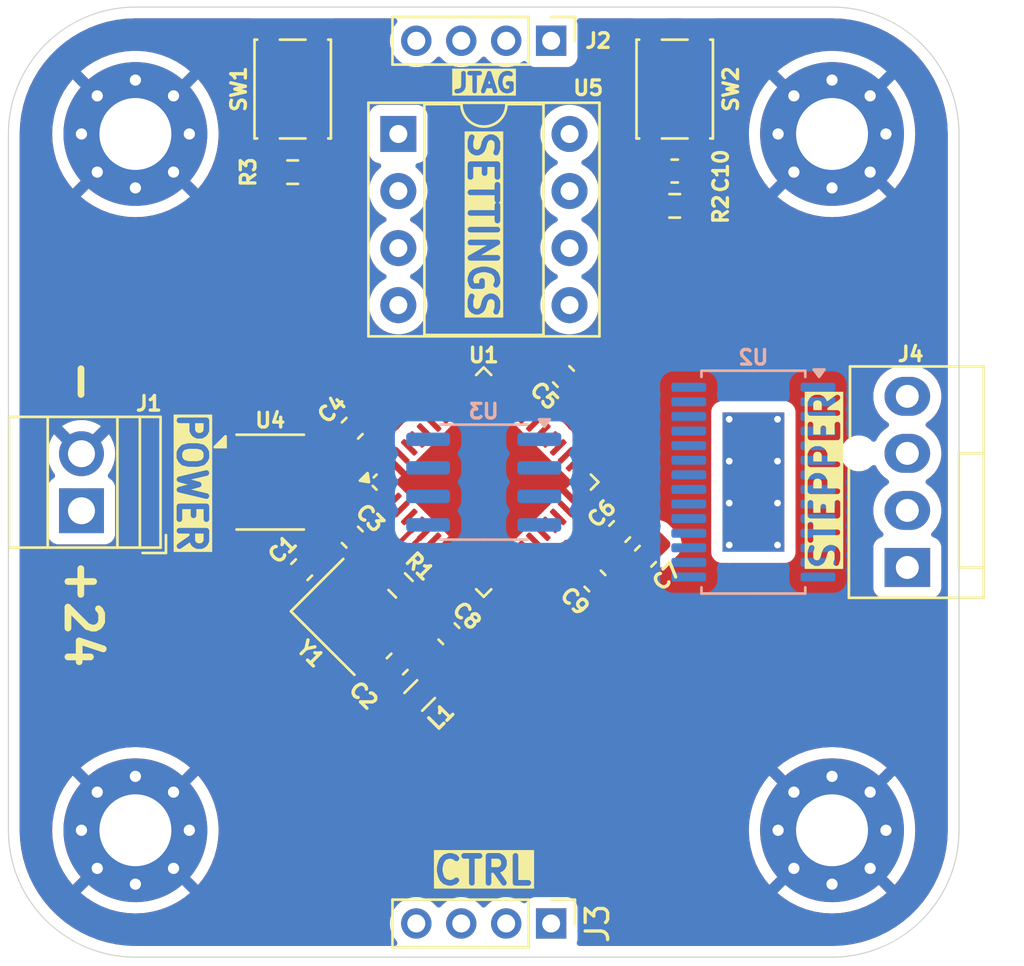
<source format=kicad_pcb>
(kicad_pcb (version 20240108) (generator "pcbnew") (generator_version "8.0")
  (layers (0 "F.Cu" signal) (1 "In1.Cu" signal) (2 "In2.Cu" signal) (31 "B.Cu" signal) (34 "B.Paste" user) (35 "F.Paste" user) (36 "B.SilkS" user "B.Silkscreen") (37 "F.SilkS" user "F.Silkscreen") (38 "B.Mask" user) (39 "F.Mask" user) (44 "Edge.Cuts" user))
  (net 0 "")
  (net 1 "GND")
  (net 4 "/HSE_IN")
  (net 5 "Net-(C2-Pad1)")
  (net 8 "+3.3V")
  (net 9 "+3.3VA")
  (net 22 "Net-(U1-VCAP_1)")
  (net 31 "/NRST")
  (net 41 "/HSE_OUT")
  (net 48 "Net-(U2-GND-Pad22)")
  (net 70 "+24V")
  (net 112 "+3V3")
  (net 113 "/BOOT0")
  (footprint "Connector_PinHeader_2.00mm:PinHeader_1x04_P2.00mm_Vertical" (layer "F.Cu") (at 118.5 75.85 -90)
    (property "Reference" "J2" (at 0 -2.1 180) (layer "F.SilkS") (effects (font (size 0.65 0.65))))
    (property "Value" "JTAG")
    (fp_line (start -1.06 7.06) (end 1.06 7.06) (stroke (width 0.12)) (layer "F.SilkS"))
    (fp_line (start -1.06 1) (end -1.06 7.06) (stroke (width 0.12)) (layer "F.SilkS"))
    (fp_line (start -1.06 1) (end 1.06 1) (stroke (width 0.12)) (layer "F.SilkS"))
    (fp_line (start 1.06 1) (end 1.06 7.06) (stroke (width 0.12)) (layer "F.SilkS"))
    (fp_line (start -1.06 0) (end -1.06 -1.06) (stroke (width 0.12)) (layer "F.SilkS"))
    (fp_line (start -1.06 -1.06) (end 0 -1.06) (stroke (width 0.12)) (layer "F.SilkS"))
    (pad "1" thru_hole rect (at 0 0 270) (size 1.35 1.35) (drill 0.8) (layers "*.Cu" "*.Mask"))
    (pad "2" thru_hole oval (at 0 2.000001 270) (size 1.35 1.35) (drill 0.8) (layers "*.Cu" "*.Mask"))
    (pad "3" thru_hole oval (at 0 4 270) (size 1.35 1.35) (drill 0.8) (layers "*.Cu" "*.Mask"))
    (pad "4" thru_hole oval (at 0 6 270) (size 1.35 1.35) (drill 0.8) (layers "*.Cu" "*.Mask"))
  )
  (footprint "Package_DIP:DIP-8_W7.62mm_Socket" (layer "F.Cu") (at 111.7 80)
    (property "Reference" "U5" (at 8.45 -2.05 0) (layer "F.SilkS") (effects (font (size 0.65 0.65))))
    (property "Value" "24LC512")
    (fp_line (start -1.33 -1.389999) (end -1.33 9.01) (stroke (width 0.12)) (layer "F.SilkS"))
    (fp_line (start -1.33 9.01) (end 8.95 9.01) (stroke (width 0.12)) (layer "F.SilkS"))
    (fp_line (start 1.16 -1.33) (end 1.16 8.95) (stroke (width 0.12)) (layer "F.SilkS"))
    (fp_line (start 1.16 8.95) (end 6.46 8.95) (stroke (width 0.12)) (layer "F.SilkS"))
    (fp_line (start 2.81 -1.33) (end 1.16 -1.33) (stroke (width 0.12)) (layer "F.SilkS"))
    (fp_line (start 6.46 -1.33) (end 4.810001 -1.33) (stroke (width 0.12)) (layer "F.SilkS"))
    (fp_line (start 6.46 8.95) (end 6.46 -1.33) (stroke (width 0.12)) (layer "F.SilkS"))
    (fp_line (start 8.95 -1.39) (end -1.33 -1.389999) (stroke (width 0.12)) (layer "F.SilkS"))
    (fp_line (start 8.95 9.01) (end 8.95 -1.39) (stroke (width 0.12)) (layer "F.SilkS"))
    (fp_arc (start 4.810001 -1.33) (mid 3.81 -0.329999) (end 2.81 -1.33) (stroke (width 0.12)) (layer "F.SilkS"))
    (pad "1" thru_hole rect (at 0 0) (size 1.6 1.6) (drill 0.8) (layers "*.Cu" "*.Mask"))
    (pad "2" thru_hole oval (at 0 2.54) (size 1.6 1.6) (drill 0.8) (layers "*.Cu" "*.Mask"))
    (pad "3" thru_hole oval (at 0 5.079999) (size 1.6 1.6) (drill 0.8) (layers "*.Cu" "*.Mask"))
    (pad "4" thru_hole oval (at 0 7.62) (size 1.6 1.6) (drill 0.8) (layers "*.Cu" "*.Mask"))
    (pad "5" thru_hole oval (at 7.62 7.62) (size 1.6 1.6) (drill 0.8) (layers "*.Cu" "*.Mask"))
    (pad "6" thru_hole oval (at 7.62 5.08) (size 1.6 1.6) (drill 0.8) (layers "*.Cu" "*.Mask"))
    (pad "7" thru_hole oval (at 7.62 2.54) (size 1.6 1.6) (drill 0.8) (layers "*.Cu" "*.Mask"))
    (pad "8" thru_hole oval (at 7.62 0) (size 1.6 1.6) (drill 0.8) (layers "*.Cu" "*.Mask"))
  )
  (footprint "Package_DFN_QFN:DFN-12-1EP_3x4mm_P0.5mm_EP1.7x3.3mm" (layer "F.Cu") (at 106 95.5)
    (property "Reference" "U4" (at 0 -2.75 0) (layer "F.SilkS") (effects (font (size 0.65 0.65))))
    (property "Value" "~")
    (fp_line (start -1.5 -2.11) (end 1.5 -2.11) (stroke (width 0.12)) (layer "F.SilkS"))
    (fp_line (start -1.5 2.11) (end 1.5 2.11) (stroke (width 0.12)) (layer "F.SilkS"))
    (fp_poly (pts (xy -1.99 -1.56) (xy -2.47 -1.56) (xy -1.99 -2.04) (xy -1.99 -1.56)) (stroke (width 0.12)) (fill solid) (layer "F.SilkS"))
    (pad "1" smd rect (at -1.45 -1.25) (size 0.7 0.25) (layers "F.Cu" "F.Paste" "F.Mask"))
    (pad "2" smd rect (at -1.45 -0.75) (size 0.7 0.25) (layers "F.Cu" "F.Paste" "F.Mask"))
    (pad "3" smd rect (at -1.45 -0.25) (size 0.7 0.25) (layers "F.Cu" "F.Paste" "F.Mask"))
    (pad "4" smd rect (at -1.45 0.25) (size 0.7 0.25) (layers "F.Cu" "F.Paste" "F.Mask"))
    (pad "5" smd rect (at -1.45 0.75) (size 0.7 0.25) (layers "F.Cu" "F.Paste" "F.Mask"))
    (pad "6" smd rect (at -1.45 1.25) (size 0.7 0.25) (layers "F.Cu" "F.Paste" "F.Mask"))
    (pad "7" smd rect (at 1.45 1.25) (size 0.7 0.25) (layers "F.Cu" "F.Paste" "F.Mask"))
    (pad "8" smd rect (at 1.45 0.75) (size 0.7 0.25) (layers "F.Cu" "F.Paste" "F.Mask"))
    (pad "9" smd rect (at 1.45 0.25) (size 0.7 0.25) (layers "F.Cu" "F.Paste" "F.Mask"))
    (pad "10" smd rect (at 1.45 -0.25) (size 0.7 0.25) (layers "F.Cu" "F.Paste" "F.Mask"))
    (pad "11" smd rect (at 1.45 -0.75) (size 0.7 0.25) (layers "F.Cu" "F.Paste" "F.Mask"))
    (pad "12" smd rect (at 1.45 -1.25) (size 0.7 0.25) (layers "F.Cu" "F.Paste" "F.Mask"))
    (pad "13" smd rect (at 0 0) (size 1.7 3.3) (layers "F.Cu" "F.Mask"))
  )
  (footprint "Package_DFN_QFN:QFN-48-1EP_7x7mm_P0.5mm_EP5.6x5.6mm" (layer "F.Cu") (at 115.5 95.5 45)
    (property "Reference" "U1" (at 3.995153 -3.995153 180) (layer "F.SilkS") (effects (font (size 0.65 0.65))))
    (property "Value" "STM32F412CEUx")
    (fp_line (start -3.135 -3.61) (end -3.31 -3.61) (stroke (width 0.12)) (layer "F.SilkS"))
    (fp_line (start -3.61 -3.135) (end -3.61 -3.37) (stroke (width 0.12)) (layer "F.SilkS"))
    (fp_line (start 3.135 -3.61) (end 3.61 -3.61) (stroke (width 0.12)) (layer "F.SilkS"))
    (fp_line (start 3.61 -3.61) (end 3.61 -3.135) (stroke (width 0.12)) (layer "F.SilkS"))
    (fp_line (start -3.61 3.61) (end -3.61 3.135) (stroke (width 0.12)) (layer "F.SilkS"))
    (fp_line (start -3.135 3.61) (end -3.61 3.61) (stroke (width 0.12)) (layer "F.SilkS"))
    (fp_line (start 3.135 3.61) (end 3.61 3.61) (stroke (width 0.12)) (layer "F.SilkS"))
    (fp_line (start 3.61 3.61) (end 3.61 3.135) (stroke (width 0.12)) (layer "F.SilkS"))
    (fp_poly (pts (xy -3.61 -3.61) (xy -3.85 -3.94) (xy -3.37 -3.94) (xy -3.61 -3.61)) (stroke (width 0.12)) (fill solid) (layer "F.SilkS"))
    (pad "1" smd roundrect (at -3.4375 -2.75 45) (size 0.875 0.25) (layers "F.Cu" "F.Paste" "F.Mask") (net 8 "+3.3V"))
    (pad "2" smd roundrect (at -3.4375 -2.25 45) (size 0.875 0.25) (layers "F.Cu" "F.Paste" "F.Mask"))
    (pad "3" smd roundrect (at -3.4375 -1.749999 45) (size 0.875 0.25) (layers "F.Cu" "F.Paste" "F.Mask"))
    (pad "4" smd roundrect (at -3.4375 -1.25 45) (size 0.875 0.25) (layers "F.Cu" "F.Paste" "F.Mask"))
    (pad "5" smd roundrect (at -3.4375 -0.750001 45) (size 0.875 0.25) (layers "F.Cu" "F.Paste" "F.Mask") (net 4 "/HSE_IN"))
    (pad "6" smd roundrect (at -3.4375 -0.25 45) (size 0.875 0.25) (layers "F.Cu" "F.Paste" "F.Mask") (net 41 "/HSE_OUT"))
    (pad "7" smd roundrect (at -3.4375 0.25 45) (size 0.875 0.25) (layers "F.Cu" "F.Paste" "F.Mask"))
    (pad "8" smd roundrect (at -3.4375 0.750001 45) (size 0.875 0.25) (layers "F.Cu" "F.Paste" "F.Mask") (net 1 "GND"))
    (pad "9" smd roundrect (at -3.4375 1.25 45) (size 0.875 0.25) (layers "F.Cu" "F.Paste" "F.Mask") (net 9 "+3.3VA"))
    (pad "10" smd roundrect (at -3.4375 1.749999 45) (size 0.875 0.25) (layers "F.Cu" "F.Paste" "F.Mask"))
    (pad "11" smd roundrect (at -3.4375 2.25 45) (size 0.875 0.25) (layers "F.Cu" "F.Paste" "F.Mask"))
    (pad "12" smd roundrect (at -3.4375 2.75 45) (size 0.875 0.25) (layers "F.Cu" "F.Paste" "F.Mask"))
    (pad "13" smd roundrect (at -2.75 3.4375 45) (size 0.25 0.875) (layers "F.Cu" "F.Paste" "F.Mask"))
    (pad "14" smd roundrect (at -2.25 3.4375 45) (size 0.25 0.875) (layers "F.Cu" "F.Paste" "F.Mask"))
    (pad "15" smd roundrect (at -1.749999 3.4375 45) (size 0.25 0.875) (layers "F.Cu" "F.Paste" "F.Mask"))
    (pad "16" smd roundrect (at -1.25 3.4375 45) (size 0.25 0.875) (layers "F.Cu" "F.Paste" "F.Mask"))
    (pad "17" smd roundrect (at -0.750001 3.4375 45) (size 0.25 0.875) (layers "F.Cu" "F.Paste" "F.Mask"))
    (pad "18" smd roundrect (at -0.25 3.4375 45) (size 0.25 0.875) (layers "F.Cu" "F.Paste" "F.Mask"))
    (pad "19" smd roundrect (at 0.25 3.4375 45) (size 0.25 0.875) (layers "F.Cu" "F.Paste" "F.Mask"))
    (pad "20" smd roundrect (at 0.750001 3.4375 45) (size 0.25 0.875) (layers "F.Cu" "F.Paste" "F.Mask"))
    (pad "21" smd roundrect (at 1.25 3.4375 45) (size 0.25 0.875) (layers "F.Cu" "F.Paste" "F.Mask"))
    (pad "22" smd roundrect (at 1.749999 3.4375 45) (size 0.25 0.875) (layers "F.Cu" "F.Paste" "F.Mask") (net 22 "Net-(U1-VCAP_1)"))
    (pad "23" smd roundrect (at 2.25 3.4375 45) (size 0.25 0.875) (layers "F.Cu" "F.Paste" "F.Mask") (net 1 "GND"))
    (pad "24" smd roundrect (at 2.75 3.4375 45) (size 0.25 0.875) (layers "F.Cu" "F.Paste" "F.Mask") (net 8 "+3.3V"))
    (pad "25" smd roundrect (at 3.4375 2.75 45) (size 0.875 0.25) (layers "F.Cu" "F.Paste" "F.Mask"))
    (pad "26" smd roundrect (at 3.4375 2.25 45) (size 0.875 0.25) (layers "F.Cu" "F.Paste" "F.Mask"))
    (pad "27" smd roundrect (at 3.4375 1.749999 45) (size 0.875 0.25) (layers "F.Cu" "F.Paste" "F.Mask"))
    (pad "28" smd roundrect (at 3.4375 1.25 45) (size 0.875 0.25) (layers "F.Cu" "F.Paste" "F.Mask"))
    (pad "29" smd roundrect (at 3.4375 0.750001 45) (size 0.875 0.25) (layers "F.Cu" "F.Paste" "F.Mask"))
    (pad "30" smd roundrect (at 3.4375 0.25 45) (size 0.875 0.25) (layers "F.Cu" "F.Paste" "F.Mask"))
    (pad "31" smd roundrect (at 3.4375 -0.25 45) (size 0.875 0.25) (layers "F.Cu" "F.Paste" "F.Mask"))
    (pad "32" smd roundrect (at 3.4375 -0.750001 45) (size 0.875 0.25) (layers "F.Cu" "F.Paste" "F.Mask"))
    (pad "33" smd roundrect (at 3.4375 -1.25 45) (size 0.875 0.25) (layers "F.Cu" "F.Paste" "F.Mask"))
    (pad "34" smd roundrect (at 3.4375 -1.749999 45) (size 0.875 0.25) (layers "F.Cu" "F.Paste" "F.Mask"))
    (pad "35" smd roundrect (at 3.4375 -2.25 45) (size 0.875 0.25) (layers "F.Cu" "F.Paste" "F.Mask") (net 1 "GND"))
    (pad "36" smd roundrect (at 3.4375 -2.75 45) (size 0.875 0.25) (layers "F.Cu" "F.Paste" "F.Mask") (net 8 "+3.3V"))
    (pad "37" smd roundrect (at 2.75 -3.4375 45) (size 0.25 0.875) (layers "F.Cu" "F.Paste" "F.Mask"))
    (pad "38" smd roundrect (at 2.25 -3.4375 45) (size 0.25 0.875) (layers "F.Cu" "F.Paste" "F.Mask"))
    (pad "39" smd roundrect (at 1.749999 -3.4375 45) (size 0.25 0.875) (layers "F.Cu" "F.Paste" "F.Mask"))
    (pad "40" smd roundrect (at 1.25 -3.4375 45) (size 0.25 0.875) (layers "F.Cu" "F.Paste" "F.Mask"))
    (pad "41" smd roundrect (at 0.750001 -3.4375 45) (size 0.25 0.875) (layers "F.Cu" "F.Paste" "F.Mask"))
    (pad "42" smd roundrect (at 0.25 -3.4375 45) (size 0.25 0.875) (layers "F.Cu" "F.Paste" "F.Mask"))
    (pad "43" smd roundrect (at -0.25 -3.4375 45) (size 0.25 0.875) (layers "F.Cu" "F.Paste" "F.Mask"))
    (pad "44" smd roundrect (at -0.750001 -3.4375 45) (size 0.25 0.875) (layers "F.Cu" "F.Paste" "F.Mask"))
    (pad "45" smd roundrect (at -1.25 -3.4375 45) (size 0.25 0.875) (layers "F.Cu" "F.Paste" "F.Mask"))
    (pad "46" smd roundrect (at -1.749999 -3.4375 45) (size 0.25 0.875) (layers "F.Cu" "F.Paste" "F.Mask"))
    (pad "47" smd roundrect (at -2.25 -3.4375 45) (size 0.25 0.875) (layers "F.Cu" "F.Paste" "F.Mask") (net 1 "GND"))
    (pad "48" smd roundrect (at -2.75 -3.4375 45) (size 0.25 0.875) (layers "F.Cu" "F.Paste" "F.Mask") (net 8 "+3.3V"))
    (pad "49" smd rect (at 0 0 45) (size 5.6 5.6) (property pad_prop_heatsink) (layers "F.Cu" "F.Mask") (net 1 "GND"))
  )
  (footprint "Button_Switch_SMD:SW_SPST_PTS810" (layer "F.Cu") (at 124 78 90)
    (property "Reference" "SW2" (at 0 2.5 90) (layer "F.SilkS") (effects (font (size 0.65 0.65))))
    (property "Value" "BTN")
    (fp_line (start 2.199999 -1.7) (end -2.199999 -1.7) (stroke (width 0.12)) (layer "F.SilkS"))
    (fp_line (start -2.199999 -1.7) (end -2.2 -1.58) (stroke (width 0.12)) (layer "F.SilkS"))
    (fp_line (start 2.2 -1.58) (end 2.199999 -1.7) (stroke (width 0.12)) (layer "F.SilkS"))
    (fp_line (start -2.2 -0.57) (end -2.2 0.57) (stroke (width 0.12)) (layer "F.SilkS"))
    (fp_line (start 2.2 0.57) (end 2.2 -0.57) (stroke (width 0.12)) (layer "F.SilkS"))
    (fp_line (start -2.2 1.58) (end -2.199999 1.7) (stroke (width 0.12)) (layer "F.SilkS"))
    (fp_line (start 2.199999 1.7) (end 2.2 1.58) (stroke (width 0.12)) (layer "F.SilkS"))
    (fp_line (start -2.199999 1.7) (end 2.199999 1.7) (stroke (width 0.12)) (layer "F.SilkS"))
    (pad "1" smd rect (at -2.075 -1.075 90) (size 1.05 0.65) (layers "F.Cu" "F.Paste" "F.Mask") (net 31 "/NRST"))
    (pad "1" smd rect (at 2.075 -1.075 90) (size 1.05 0.65) (layers "F.Cu" "F.Paste" "F.Mask") (net 31 "/NRST"))
    (pad "2" smd rect (at -2.075 1.075 90) (size 1.05 0.65) (layers "F.Cu" "F.Paste" "F.Mask") (net 1 "GND"))
    (pad "2" smd rect (at 2.075 1.075 90) (size 1.05 0.65) (layers "F.Cu" "F.Paste" "F.Mask") (net 1 "GND"))
  )
  (footprint "Capacitor_SMD:C_0603_1608Metric" (layer "F.Cu") (at 120.45 99.9 -45)
    (property "Reference" "C9" (at 0 1.272792 135) (layer "F.SilkS") (effects (font (size 0.65 0.65))))
    (property "Value" "2u2")
    (fp_line (start -0.140581 0.51) (end 0.140581 0.51) (stroke (width 0.12)) (layer "F.SilkS"))
    (fp_line (start -0.140581 -0.51) (end 0.140581 -0.51) (stroke (width 0.12)) (layer "F.SilkS"))
    (pad "1" smd roundrect (at -0.775 0 315) (size 0.9 0.95) (layers "F.Cu" "F.Paste" "F.Mask") (net 22 "Net-(U1-VCAP_1)"))
    (pad "2" smd roundrect (at 0.775 0 315) (size 0.9 0.95) (layers "F.Cu" "F.Paste" "F.Mask") (net 1 "GND"))
  )
  (footprint "Capacitor_SMD:C_0603_1608Metric" (layer "F.Cu") (at 109.65 93.1 45)
    (property "Reference" "C4" (at -0.035355 -1.237437 45) (layer "F.SilkS") (effects (font (size 0.65 0.65))))
    (property "Value" "100n")
    (fp_line (start -0.140581 -0.51) (end 0.140581 -0.51) (stroke (width 0.12)) (layer "F.SilkS"))
    (fp_line (start -0.140581 0.51) (end 0.140581 0.51) (stroke (width 0.12)) (layer "F.SilkS"))
    (pad "1" smd roundrect (at -0.775 0 45) (size 0.9 0.95) (layers "F.Cu" "F.Paste" "F.Mask") (net 8 "+3.3V"))
    (pad "2" smd roundrect (at 0.775 0 45) (size 0.9 0.95) (layers "F.Cu" "F.Paste" "F.Mask") (net 1 "GND"))
  )
  (footprint "Capacitor_SMD:C_0603_1608Metric" (layer "F.Cu") (at 119.05 90.8 -45)
    (property "Reference" "C5" (at 0 1.202082 135) (layer "F.SilkS") (effects (font (size 0.65 0.65))))
    (property "Value" "100n")
    (fp_line (start -0.140581 0.51) (end 0.140581 0.51) (stroke (width 0.12)) (layer "F.SilkS"))
    (fp_line (start -0.140581 -0.51) (end 0.140581 -0.51) (stroke (width 0.12)) (layer "F.SilkS"))
    (pad "1" smd roundrect (at -0.775 0 315) (size 0.9 0.95) (layers "F.Cu" "F.Paste" "F.Mask") (net 8 "+3.3V"))
    (pad "2" smd roundrect (at 0.775 0 315) (size 0.9 0.95) (layers "F.Cu" "F.Paste" "F.Mask") (net 1 "GND"))
  )
  (footprint "Connector_PinHeader_2.00mm:PinHeader_1x04_P2.00mm_Vertical" (layer "F.Cu") (at 118.5 115.15 -90)
    (property "Reference" "J3" (at 0 -2.06 90) (layer "F.SilkS"))
    (property "Value" "CTRL")
    (fp_line (start -1.06 7.06) (end 1.06 7.06) (stroke (width 0.12)) (layer "F.SilkS"))
    (fp_line (start -1.06 1) (end -1.06 7.06) (stroke (width 0.12)) (layer "F.SilkS"))
    (fp_line (start -1.06 1) (end 1.06 1) (stroke (width 0.12)) (layer "F.SilkS"))
    (fp_line (start 1.06 1) (end 1.06 7.06) (stroke (width 0.12)) (layer "F.SilkS"))
    (fp_line (start -1.06 0) (end -1.06 -1.06) (stroke (width 0.12)) (layer "F.SilkS"))
    (fp_line (start -1.06 -1.06) (end 0 -1.06) (stroke (width 0.12)) (layer "F.SilkS"))
    (pad "1" thru_hole rect (at 0 0 270) (size 1.35 1.35) (drill 0.8) (layers "*.Cu" "*.Mask"))
    (pad "2" thru_hole oval (at 0 2 270) (size 1.35 1.35) (drill 0.8) (layers "*.Cu" "*.Mask"))
    (pad "3" thru_hole oval (at 0 4 270) (size 1.35 1.35) (drill 0.8) (layers "*.Cu" "*.Mask"))
    (pad "4" thru_hole oval (at 0 6 270) (size 1.35 1.35) (drill 0.8) (layers "*.Cu" "*.Mask"))
  )
  (footprint "MountingHole:MountingHole_3.2mm_M3_Pad_Via" (layer "F.Cu") (at 131 80)
    (property "Reference" "H2" (hide yes))
    (property "Value" "MountingHole_Pad" (hide yes))
    (pad "1" thru_hole circle (at -2.4 0) (size 0.8 0.8) (drill 0.5) (layers "*.Cu" "*.Mask") (net 1 "GND"))
    (pad "1" thru_hole circle (at -1.697056 -1.697056) (size 0.8 0.8) (drill 0.5) (layers "*.Cu" "*.Mask") (net 1 "GND"))
    (pad "1" thru_hole circle (at -1.697056 1.697056) (size 0.8 0.8) (drill 0.5) (layers "*.Cu" "*.Mask") (net 1 "GND"))
    (pad "1" thru_hole circle (at 0 -2.4) (size 0.8 0.8) (drill 0.5) (layers "*.Cu" "*.Mask") (net 1 "GND"))
    (pad "1" thru_hole circle (at 0 0) (size 6.4 6.4) (drill 3.2) (layers "*.Cu" "*.Mask") (net 1 "GND"))
    (pad "1" thru_hole circle (at 0 2.4) (size 0.8 0.8) (drill 0.5) (layers "*.Cu" "*.Mask") (net 1 "GND"))
    (pad "1" thru_hole circle (at 1.697056 -1.697056) (size 0.8 0.8) (drill 0.5) (layers "*.Cu" "*.Mask") (net 1 "GND"))
    (pad "1" thru_hole circle (at 1.697056 1.697056) (size 0.8 0.8) (drill 0.5) (layers "*.Cu" "*.Mask") (net 1 "GND"))
    (pad "1" thru_hole circle (at 2.4 0) (size 0.8 0.8) (drill 0.5) (layers "*.Cu" "*.Mask") (net 1 "GND"))
  )
  (footprint "TerminalBlock:TerminalBlock_Xinya_XY308-2.54-2P_1x02_P2.54mm_Horizontal" (layer "F.Cu") (at 97.6 96.775 90)
    (property "Reference" "J1" (at 4.775 3 180) (layer "F.SilkS") (effects (font (size 0.65 0.65))))
    (property "Value" "POWER")
    (fp_line (start 4.18 -3.22) (end 4.18 3.52) (stroke (width 0.12)) (layer "F.SilkS"))
    (fp_line (start -1.64 -3.22) (end 4.18 -3.22) (stroke (width 0.12)) (layer "F.SilkS"))
    (fp_line (start -1.64 -3.22) (end -1.64 3.52) (stroke (width 0.12)) (layer "F.SilkS"))
    (fp_line (start -1.64 -1.501) (end 4.18 -1.501) (stroke (width 0.12)) (layer "F.SilkS"))
    (fp_line (start -1.64 1.6) (end 4.18 1.6) (stroke (width 0.12)) (layer "F.SilkS"))
    (fp_line (start -1.64 2.600001) (end 4.18 2.6) (stroke (width 0.12)) (layer "F.SilkS"))
    (fp_line (start -1.88 2.72) (end -1.88 3.76) (stroke (width 0.12)) (layer "F.SilkS"))
    (fp_line (start -1.64 3.52) (end 4.18 3.52) (stroke (width 0.12)) (layer "F.SilkS"))
    (fp_line (start -1.88 3.76) (end -1.08 3.76) (stroke (width 0.12)) (layer "F.SilkS"))
    (pad "1" thru_hole rect (at 0 0 90) (size 2 2) (drill 1.2) (layers "*.Cu" "*.Mask") (net 70 "+24V"))
    (pad "2" thru_hole circle (at 2.54 0 90) (size 2 2) (drill 1.2) (layers "*.Cu" "*.Mask") (net 1 "GND"))
  )
  (footprint "MountingHole:MountingHole_3.2mm_M3_Pad_Via" (layer "F.Cu") (at 100 80)
    (property "Reference" "H1" (hide yes))
    (property "Value" "MountingHole_Pad" (hide yes))
    (pad "1" thru_hole circle (at -2.4 0) (size 0.8 0.8) (drill 0.5) (layers "*.Cu" "*.Mask") (net 1 "GND"))
    (pad "1" thru_hole circle (at -1.697056 -1.697056) (size 0.8 0.8) (drill 0.5) (layers "*.Cu" "*.Mask") (net 1 "GND"))
    (pad "1" thru_hole circle (at -1.697056 1.697056) (size 0.8 0.8) (drill 0.5) (layers "*.Cu" "*.Mask") (net 1 "GND"))
    (pad "1" thru_hole circle (at 0 -2.4) (size 0.8 0.8) (drill 0.5) (layers "*.Cu" "*.Mask") (net 1 "GND"))
    (pad "1" thru_hole circle (at 0 0) (size 6.4 6.4) (drill 3.2) (layers "*.Cu" "*.Mask") (net 1 "GND"))
    (pad "1" thru_hole circle (at 0 2.4) (size 0.8 0.8) (drill 0.5) (layers "*.Cu" "*.Mask") (net 1 "GND"))
    (pad "1" thru_hole circle (at 1.697056 -1.697056) (size 0.8 0.8) (drill 0.5) (layers "*.Cu" "*.Mask") (net 1 "GND"))
    (pad "1" thru_hole circle (at 1.697056 1.697056) (size 0.8 0.8) (drill 0.5) (layers "*.Cu" "*.Mask") (net 1 "GND"))
    (pad "1" thru_hole circle (at 2.4 0) (size 0.8 0.8) (drill 0.5) (layers "*.Cu" "*.Mask") (net 1 "GND"))
  )
  (footprint "Resistor_SMD:R_0603_1608Metric" (layer "F.Cu") (at 111.8 100.1 -45)
    (property "Reference" "R1" (at 0 -1.202082 135) (layer "F.SilkS") (effects (font (size 0.65 0.65))))
    (property "Value" "47")
    (fp_line (start -0.237258 0.5225) (end 0.237258 0.5225) (stroke (width 0.12)) (layer "F.SilkS"))
    (fp_line (start -0.237258 -0.5225) (end 0.237258 -0.5225) (stroke (width 0.12)) (layer "F.SilkS"))
    (pad "1" smd roundrect (at -0.825 0 315) (size 0.8 0.95) (layers "F.Cu" "F.Paste" "F.Mask") (net 41 "/HSE_OUT"))
    (pad "2" smd roundrect (at 0.825 0 315) (size 0.8 0.95) (layers "F.Cu" "F.Paste" "F.Mask") (net 5 "Net-(C2-Pad1)"))
  )
  (footprint "Capacitor_SMD:C_0603_1608Metric" (layer "F.Cu") (at 121.55 97.7 -135)
    (property "Reference" "C6" (at 0 1.131371 45) (layer "F.SilkS") (effects (font (size 0.65 0.65))))
    (property "Value" "100n")
    (fp_line (start -0.140581 0.51) (end 0.140581 0.51) (stroke (width 0.12)) (layer "F.SilkS"))
    (fp_line (start -0.140581 -0.51) (end 0.140581 -0.51) (stroke (width 0.12)) (layer "F.SilkS"))
    (pad "1" smd roundrect (at -0.775 0 225) (size 0.9 0.95) (layers "F.Cu" "F.Paste" "F.Mask") (net 8 "+3.3V"))
    (pad "2" smd roundrect (at 0.775 0 225) (size 0.9 0.95) (layers "F.Cu" "F.Paste" "F.Mask") (net 1 "GND"))
  )
  (footprint "Capacitor_SMD:C_0603_1608Metric" (layer "F.Cu") (at 109.65 97.95 -45)
    (property "Reference" "C3" (at -0.035355 -1.166726 135) (layer "F.SilkS") (effects (font (size 0.65 0.65))))
    (property "Value" "100n")
    (fp_line (start -0.140581 0.51) (end 0.140581 0.51) (stroke (width 0.12)) (layer "F.SilkS"))
    (fp_line (start -0.140581 -0.51) (end 0.140581 -0.51) (stroke (width 0.12)) (layer "F.SilkS"))
    (pad "1" smd roundrect (at -0.775 0 315) (size 0.9 0.95) (layers "F.Cu" "F.Paste" "F.Mask") (net 8 "+3.3V"))
    (pad "2" smd roundrect (at 0.775 0 315) (size 0.9 0.95) (layers "F.Cu" "F.Paste" "F.Mask") (net 1 "GND"))
  )
  (footprint "Capacitor_SMD:C_0603_1608Metric" (layer "F.Cu") (at 107.4 99.4 45)
    (property "Reference" "C1" (at 0.035355 -1.237437 45) (layer "F.SilkS") (effects (font (size 0.65 0.65))))
    (property "Value" "12p")
    (fp_line (start -0.140581 -0.51) (end 0.140581 -0.51) (stroke (width 0.12)) (layer "F.SilkS"))
    (fp_line (start -0.140581 0.51) (end 0.140581 0.51) (stroke (width 0.12)) (layer "F.SilkS"))
    (pad "1" smd roundrect (at -0.775 0 45) (size 0.9 0.95) (layers "F.Cu" "F.Paste" "F.Mask") (net 4 "/HSE_IN"))
    (pad "2" smd roundrect (at 0.775 0 45) (size 0.9 0.95) (layers "F.Cu" "F.Paste" "F.Mask") (net 1 "GND"))
  )
  (footprint "Connector:FanPinHeader_1x04_P2.54mm_Vertical" (layer "F.Cu") (at 134.35 99.3 90)
    (property "Reference" "J4" (at 9.5 0.15 180) (layer "F.SilkS") (effects (font (size 0.65 0.65))))
    (property "Value" "STEPPER")
    (fp_line (start -1.35 -2.6) (end 4.4 -2.6) (stroke (width 0.12)) (layer "F.SilkS"))
    (fp_line (start 8.95 -2.55) (end 8.95 3.4) (stroke (width 0.12)) (layer "F.SilkS"))
    (fp_line (start 5.75 -2.55) (end 8.95 -2.55) (stroke (width 0.12)) (layer "F.SilkS"))
    (fp_line (start 5.08 2.29) (end 5.08 3.3) (stroke (width 0.12)) (layer "F.SilkS"))
    (fp_line (start 0 2.290001) (end 5.08 2.29) (stroke (width 0.12)) (layer "F.SilkS"))
    (fp_line (start 0 3.299999) (end 0 2.290001) (stroke (width 0.12)) (layer "F.SilkS"))
    (fp_line (start 8.95 3.4) (end -1.35 3.4) (stroke (width 0.12)) (layer "F.SilkS"))
    (fp_line (start -1.35 3.4) (end -1.35 -2.6) (stroke (width 0.12)) (layer "F.SilkS"))
    (pad "" np_thru_hole circle (at 5.08 -2.16 180) (size 1.1 1.1) (drill 1.1) (layers "*.Cu" "*.Mask"))
    (pad "1" thru_hole rect (at 0 0 180) (size 2.03 1.73) (drill 1.02) (layers "*.Cu" "*.Mask"))
    (pad "2" thru_hole oval (at 2.54 0 180) (size 2.03 1.73) (drill 1.02) (layers "*.Cu" "*.Mask"))
    (pad "3" thru_hole oval (at 5.079999 0 180) (size 2.03 1.73) (drill 1.02) (layers "*.Cu" "*.Mask"))
    (pad "4" thru_hole oval (at 7.62 0 180) (size 2.03 1.73) (drill 1.02) (layers "*.Cu" "*.Mask"))
  )
  (footprint "Capacitor_SMD:C_0603_1608Metric" (layer "F.Cu") (at 122.7 98.8 -135)
    (property "Reference" "C7" (at -0.035355 -1.308148 45) (layer "F.SilkS") (effects (font (size 0.65 0.65))))
    (property "Value" "4u7")
    (fp_line (start -0.140581 0.51) (end 0.140581 0.51) (stroke (width 0.12)) (layer "F.SilkS"))
    (fp_line (start -0.140581 -0.51) (end 0.140581 -0.51) (stroke (width 0.12)) (layer "F.SilkS"))
    (pad "1" smd roundrect (at -0.775 0 225) (size 0.9 0.95) (layers "F.Cu" "F.Paste" "F.Mask") (net 8 "+3.3V"))
    (pad "2" smd roundrect (at 0.775 0 225) (size 0.9 0.95) (layers "F.Cu" "F.Paste" "F.Mask") (net 1 "GND"))
  )
  (footprint "MountingHole:MountingHole_3.2mm_M3_Pad_Via" (layer "F.Cu") (at 131 111)
    (property "Reference" "H4" (hide yes))
    (property "Value" "MountingHole_Pad" (hide yes))
    (pad "1" thru_hole circle (at -2.4 0) (size 0.8 0.8) (drill 0.5) (layers "*.Cu" "*.Mask") (net 1 "GND"))
    (pad "1" thru_hole circle (at -1.697056 -1.697056) (size 0.8 0.8) (drill 0.5) (layers "*.Cu" "*.Mask") (net 1 "GND"))
    (pad "1" thru_hole circle (at -1.697056 1.697056) (size 0.8 0.8) (drill 0.5) (layers "*.Cu" "*.Mask") (net 1 "GND"))
    (pad "1" thru_hole circle (at 0 -2.4) (size 0.8 0.8) (drill 0.5) (layers "*.Cu" "*.Mask") (net 1 "GND"))
    (pad "1" thru_hole circle (at 0 0) (size 6.4 6.4) (drill 3.2) (layers "*.Cu" "*.Mask") (net 1 "GND"))
    (pad "1" thru_hole circle (at 0 2.4) (size 0.8 0.8) (drill 0.5) (layers "*.Cu" "*.Mask") (net 1 "GND"))
    (pad "1" thru_hole circle (at 1.697056 -1.697056) (size 0.8 0.8) (drill 0.5) (layers "*.Cu" "*.Mask") (net 1 "GND"))
    (pad "1" thru_hole circle (at 1.697056 1.697056) (size 0.8 0.8) (drill 0.5) (layers "*.Cu" "*.Mask") (net 1 "GND"))
    (pad "1" thru_hole circle (at 2.4 0) (size 0.8 0.8) (drill 0.5) (layers "*.Cu" "*.Mask") (net 1 "GND"))
  )
  (footprint "Capacitor_SMD:C_0603_1608Metric" (layer "F.Cu") (at 113.95 102.25 135)
    (property "Reference" "C8" (at 0 1.131371 135) (layer "F.SilkS") (effects (font (size 0.65 0.65))))
    (property "Value" "100n")
    (fp_line (start -0.140581 -0.51) (end 0.140581 -0.51) (stroke (width 0.12)) (layer "F.SilkS"))
    (fp_line (start -0.140581 0.51) (end 0.140581 0.51) (stroke (width 0.12)) (layer "F.SilkS"))
    (pad "1" smd roundrect (at -0.775 0 135) (size 0.9 0.95) (layers "F.Cu" "F.Paste" "F.Mask") (net 9 "+3.3VA"))
    (pad "2" smd roundrect (at 0.775 0 135) (size 0.9 0.95) (layers "F.Cu" "F.Paste" "F.Mask") (net 1 "GND"))
  )
  (footprint "MountingHole:MountingHole_3.2mm_M3_Pad_Via" (layer "F.Cu") (at 100 111)
    (property "Reference" "H3" (hide yes))
    (property "Value" "MountingHole_Pad" (hide yes))
    (pad "1" thru_hole circle (at -2.4 0) (size 0.8 0.8) (drill 0.5) (layers "*.Cu" "*.Mask") (net 1 "GND"))
    (pad "1" thru_hole circle (at -1.697056 -1.697056) (size 0.8 0.8) (drill 0.5) (layers "*.Cu" "*.Mask") (net 1 "GND"))
    (pad "1" thru_hole circle (at -1.697056 1.697056) (size 0.8 0.8) (drill 0.5) (layers "*.Cu" "*.Mask") (net 1 "GND"))
    (pad "1" thru_hole circle (at 0 -2.4) (size 0.8 0.8) (drill 0.5) (layers "*.Cu" "*.Mask") (net 1 "GND"))
    (pad "1" thru_hole circle (at 0 0) (size 6.4 6.4) (drill 3.2) (layers "*.Cu" "*.Mask") (net 1 "GND"))
    (pad "1" thru_hole circle (at 0 2.4) (size 0.8 0.8) (drill 0.5) (layers "*.Cu" "*.Mask") (net 1 "GND"))
    (pad "1" thru_hole circle (at 1.697056 -1.697056) (size 0.8 0.8) (drill 0.5) (layers "*.Cu" "*.Mask") (net 1 "GND"))
    (pad "1" thru_hole circle (at 1.697056 1.697056) (size 0.8 0.8) (drill 0.5) (layers "*.Cu" "*.Mask") (net 1 "GND"))
    (pad "1" thru_hole circle (at 2.4 0) (size 0.8 0.8) (drill 0.5) (layers "*.Cu" "*.Mask") (net 1 "GND"))
  )
  (footprint "Resistor_SMD:R_0603_1608Metric" (layer "F.Cu") (at 124 83.2 180)
    (property "Reference" "R2" (at -2.05 -0.15 90) (layer "F.SilkS") (effects (font (size 0.65 0.65))))
    (property "Value" "10k")
    (fp_line (start -0.237258 0.5225) (end 0.237258 0.5225) (stroke (width 0.12)) (layer "F.SilkS"))
    (fp_line (start -0.237258 -0.5225) (end 0.237258 -0.5225) (stroke (width 0.12)) (layer "F.SilkS"))
    (pad "1" smd roundrect (at -0.825 0 180) (size 0.8 0.95) (layers "F.Cu" "F.Paste" "F.Mask") (net 112 "+3V3"))
    (pad "2" smd roundrect (at 0.825 0 180) (size 0.8 0.95) (layers "F.Cu" "F.Paste" "F.Mask") (net 31 "/NRST"))
  )
  (footprint "Capacitor_SMD:C_0603_1608Metric" (layer "F.Cu") (at 111.65 103.6 -135)
    (property "Reference" "C2" (at 2.05061 0.070711 135) (layer "F.SilkS") (effects (font (size 0.65 0.65))))
    (property "Value" "12p")
    (fp_line (start -0.140581 0.51) (end 0.140581 0.51) (stroke (width 0.12)) (layer "F.SilkS"))
    (fp_line (start -0.140581 -0.51) (end 0.140581 -0.51) (stroke (width 0.12)) (layer "F.SilkS"))
    (pad "1" smd roundrect (at -0.775 0 225) (size 0.9 0.95) (layers "F.Cu" "F.Paste" "F.Mask") (net 5 "Net-(C2-Pad1)"))
    (pad "2" smd roundrect (at 0.775 0 225) (size 0.9 0.95) (layers "F.Cu" "F.Paste" "F.Mask") (net 1 "GND"))
  )
  (footprint "Capacitor_SMD:C_0603_1608Metric" (layer "F.Cu") (at 124 81.65 180)
    (property "Reference" "C10" (at -2.05 0 90) (layer "F.SilkS") (effects (font (size 0.65 0.65))))
    (property "Value" "100n")
    (fp_line (start -0.140581 0.51) (end 0.140581 0.51) (stroke (width 0.12)) (layer "F.SilkS"))
    (fp_line (start -0.140581 -0.51) (end 0.140581 -0.51) (stroke (width 0.12)) (layer "F.SilkS"))
    (pad "1" smd roundrect (at -0.775 0 180) (size 0.9 0.95) (layers "F.Cu" "F.Paste" "F.Mask") (net 1 "GND"))
    (pad "2" smd roundrect (at 0.775 0 180) (size 0.9 0.95) (layers "F.Cu" "F.Paste" "F.Mask") (net 31 "/NRST"))
  )
  (footprint "Crystal:Crystal_SMD_3225-4Pin_3.2x2.5mm" (layer "F.Cu") (at 109.5 101.5 -45)
    (property "Reference" "Y1" (at -0.035355 2.368808 135) (layer "F.SilkS") (effects (font (size 0.65 0.65))))
    (property "Value" "25MHz")
    (fp_line (start -2 1.65) (end 2 1.65) (stroke (width 0.12)) (layer "F.SilkS"))
    (fp_line (start -2 -1.65) (end -2 1.65) (stroke (width 0.12)) (layer "F.SilkS"))
    (pad "1" smd rect (at -1.1 0.85 315) (size 1.4 1.2) (layers "F.Cu" "F.Paste" "F.Mask") (net 4 "/HSE_IN"))
    (pad "2" smd rect (at 1.1 0.85 315) (size 1.4 1.2) (layers "F.Cu" "F.Paste" "F.Mask") (net 1 "GND"))
    (pad "3" smd rect (at 1.1 -0.85 315) (size 1.4 1.2) (layers "F.Cu" "F.Paste" "F.Mask") (net 5 "Net-(C2-Pad1)"))
    (pad "4" smd rect (at -1.1 -0.85 315) (size 1.4 1.2) (layers "F.Cu" "F.Paste" "F.Mask") (net 1 "GND"))
  )
  (footprint "Inductor_SMD:L_0805_2012Metric" (layer "F.Cu") (at 112.65 105 45)
    (property "Reference" "L1" (at 0 1.343503 45) (layer "F.SilkS") (effects (font (size 0.65 0.65))))
    (property "Value" "10u")
    (fp_line (start -0.399622 -0.56) (end 0.399622 -0.56) (stroke (width 0.12)) (layer "F.SilkS"))
    (fp_line (start -0.399622 0.56) (end 0.399622 0.56) (stroke (width 0.12)) (layer "F.SilkS"))
    (pad "1" smd roundrect (at -1.0625 0 45) (size 0.875 1.2) (layers "F.Cu" "F.Paste" "F.Mask") (net 8 "+3.3V"))
    (pad "2" smd roundrect (at 1.0625 0 45) (size 0.875 1.2) (layers "F.Cu" "F.Paste" "F.Mask") (net 9 "+3.3VA"))
  )
  (footprint "Button_Switch_SMD:SW_SPST_PTS810" (layer "F.Cu") (at 107 78 90)
    (property "Reference" "SW1" (at 0 -2.4 90) (layer "F.SilkS") (effects (font (size 0.65 0.65))))
    (property "Value" "BTN")
    (fp_line (start 2.199999 -1.7) (end -2.199999 -1.7) (stroke (width 0.12)) (layer "F.SilkS"))
    (fp_line (start -2.199999 -1.7) (end -2.2 -1.58) (stroke (width 0.12)) (layer "F.SilkS"))
    (fp_line (start 2.2 -1.58) (end 2.199999 -1.7) (stroke (width 0.12)) (layer "F.SilkS"))
    (fp_line (start -2.2 -0.57) (end -2.2 0.57) (stroke (width 0.12)) (layer "F.SilkS"))
    (fp_line (start 2.2 0.57) (end 2.2 -0.57) (stroke (width 0.12)) (layer "F.SilkS"))
    (fp_line (start -2.2 1.58) (end -2.199999 1.7) (stroke (width 0.12)) (layer "F.SilkS"))
    (fp_line (start 2.199999 1.7) (end 2.2 1.58) (stroke (width 0.12)) (layer "F.SilkS"))
    (fp_line (start -2.199999 1.7) (end 2.199999 1.7) (stroke (width 0.12)) (layer "F.SilkS"))
    (pad "1" smd rect (at -2.075 -1.075 90) (size 1.05 0.65) (layers "F.Cu" "F.Paste" "F.Mask") (net 113 "/BOOT0"))
    (pad "1" smd rect (at 2.075 -1.075 90) (size 1.05 0.65) (layers "F.Cu" "F.Paste" "F.Mask") (net 113 "/BOOT0"))
    (pad "2" smd rect (at -2.075 1.075 90) (size 1.05 0.65) (layers "F.Cu" "F.Paste" "F.Mask") (net 112 "+3V3"))
    (pad "2" smd rect (at 2.075 1.075 90) (size 1.05 0.65) (layers "F.Cu" "F.Paste" "F.Mask") (net 112 "+3V3"))
  )
  (footprint "Resistor_SMD:R_0603_1608Metric" (layer "F.Cu") (at 107 81.7)
    (property "Reference" "R3" (at -1.975 0 90) (layer "F.SilkS") (effects (font (size 0.65 0.65))))
    (property "Value" "10k")
    (fp_line (start -0.237258 -0.5225) (end 0.237258 -0.5225) (stroke (width 0.12)) (layer "F.SilkS"))
    (fp_line (start -0.237258 0.5225) (end 0.237258 0.5225) (stroke (width 0.12)) (layer "F.SilkS"))
    (pad "1" smd roundrect (at -0.825 0) (size 0.8 0.95) (layers "F.Cu" "F.Paste" "F.Mask") (net 113 "/BOOT0"))
    (pad "2" smd roundrect (at 0.825 0) (size 0.8 0.95) (layers "F.Cu" "F.Paste" "F.Mask") (net 1 "GND"))
  )
  (footprint "Package_SO:HTSSOP-28-1EP_4.4x9.7mm_P0.65mm_EP2.75x6.2mm_ThermalVias" (layer "B.Cu") (at 127.5 95.5 180)
    (property "Reference" "U2" (at 0 5.55 0) (layer "B.SilkS") (effects (font (size 0.65 0.65)) (justify mirror)))
    (property "Value" "TMC2226-SA")
    (fp_line (start 2.31 4.96) (end 0 4.96) (stroke (width 0.12)) (layer "B.SilkS"))
    (fp_line (start 2.31 4.685) (end 2.31 4.96) (stroke (width 0.12)) (layer "B.SilkS"))
    (fp_line (start 2.31 -4.685) (end 2.31 -4.96) (stroke (width 0.12)) (layer "B.SilkS"))
    (fp_line (start 2.31 -4.96) (end 0 -4.96) (stroke (width 0.12)) (layer "B.SilkS"))
    (fp_line (start -2.31 4.96) (end 0 4.96) (stroke (width 0.12)) (layer "B.SilkS"))
    (fp_line (start -2.31 4.685) (end -2.31 4.96) (stroke (width 0.12)) (layer "B.SilkS"))
    (fp_line (start -2.31 -4.685) (end -2.31 -4.96) (stroke (width 0.12)) (layer "B.SilkS"))
    (fp_line (start -2.31 -4.96) (end 0 -4.96) (stroke (width 0.12)) (layer "B.SilkS"))
    (fp_poly (pts (xy -2.925 4.685) (xy -3.165 5.015) (xy -2.685 5.015) (xy -2.925 4.685)) (stroke (width 0.12)) (fill solid) (layer "B.SilkS"))
    (pad "1" smd roundrect (at -2.875 4.225 180) (size 1.55 0.4) (layers "B.Cu" "B.Paste" "B.Mask"))
    (pad "2" smd roundrect (at -2.875 3.575 180) (size 1.55 0.4) (layers "B.Cu" "B.Paste" "B.Mask"))
    (pad "3" smd roundrect (at -2.875 2.925 180) (size 1.55 0.4) (layers "B.Cu" "B.Paste" "B.Mask") (net 70 "+24V"))
    (pad "4" smd roundrect (at -2.875 2.275 180) (size 1.55 0.4) (layers "B.Cu" "B.Paste" "B.Mask"))
    (pad "5" smd roundrect (at -2.875 1.625 180) (size 1.55 0.4) (layers "B.Cu" "B.Paste" "B.Mask"))
    (pad "6" smd roundrect (at -2.875 0.975 180) (size 1.55 0.4) (layers "B.Cu" "B.Paste" "B.Mask") (net 48 "Net-(U2-GND-Pad22)"))
    (pad "7" smd roundrect (at -2.875 0.325 180) (size 1.55 0.4) (layers "B.Cu" "B.Paste" "B.Mask"))
    (pad "8" smd roundrect (at -2.875 -0.325 180) (size 1.55 0.4) (layers "B.Cu" "B.Paste" "B.Mask"))
    (pad "9" smd roundrect (at -2.875 -0.975 180) (size 1.55 0.4) (layers "B.Cu" "B.Paste" "B.Mask"))
    (pad "10" smd roundrect (at -2.875 -1.625 180) (size 1.55 0.4) (layers "B.Cu" "B.Paste" "B.Mask"))
    (pad "11" smd roundrect (at -2.875 -2.275 180) (size 1.55 0.4) (layers "B.Cu" "B.Paste" "B.Mask"))
    (pad "12" smd roundrect (at -2.875 -2.925 180) (size 1.55 0.4) (layers "B.Cu" "B.Paste" "B.Mask"))
    (pad "13" smd roundrect (at -2.875 -3.575 180) (size 1.55 0.4) (layers "B.Cu" "B.Paste" "B.Mask"))
    (pad "14" smd roundrect (at -2.875 -4.225 180) (size 1.55 0.4) (layers "B.Cu" "B.Paste" "B.Mask"))
    (pad "15" smd roundrect (at 2.875 -4.225 180) (size 1.55 0.4) (layers "B.Cu" "B.Paste" "B.Mask"))
    (pad "16" smd roundrect (at 2.875 -3.575 180) (size 1.55 0.4) (layers "B.Cu" "B.Paste" "B.Mask"))
    (pad "17" smd roundrect (at 2.875 -2.925 180) (size 1.55 0.4) (layers "B.Cu" "B.Paste" "B.Mask"))
    (pad "18" smd roundrect (at 2.875 -2.275 180) (size 1.55 0.4) (layers "B.Cu" "B.Paste" "B.Mask"))
    (pad "19" smd roundrect (at 2.875 -1.625 180) (size 1.55 0.4) (layers "B.Cu" "B.Paste" "B.Mask"))
    (pad "20" smd roundrect (at 2.875 -0.975 180) (size 1.55 0.4) (layers "B.Cu" "B.Paste" "B.Mask"))
    (pad "21" smd roundrect (at 2.875 -0.325 180) (size 1.55 0.4) (layers "B.Cu" "B.Paste" "B.Mask"))
    (pad "22" smd roundrect (at 2.875 0.325 180) (size 1.55 0.4) (layers "B.Cu" "B.Paste" "B.Mask") (net 48 "Net-(U2-GND-Pad22)"))
    (pad "23" smd roundrect (at 2.875 0.975 180) (size 1.55 0.4) (layers "B.Cu" "B.Paste" "B.Mask"))
    (pad "24" smd roundrect (at 2.875 1.625 180) (size 1.55 0.4) (layers "B.Cu" "B.Paste" "B.Mask"))
    (pad "25" smd roundrect (at 2.875 2.275 180) (size 1.55 0.4) (layers "B.Cu" "B.Paste" "B.Mask"))
    (pad "26" smd roundrect (at 2.875 2.925 180) (size 1.55 0.4) (layers "B.Cu" "B.Paste" "B.Mask") (net 70 "+24V"))
    (pad "27" smd roundrect (at 2.875 3.575 180) (size 1.55 0.4) (layers "B.Cu" "B.Paste" "B.Mask"))
    (pad "28" smd roundrect (at 2.875 4.225 180) (size 1.55 0.4) (layers "B.Cu" "B.Paste" "B.Mask"))
    (pad "29" thru_hole circle (at -1.075 -2.8 180) (size 0.6 0.6) (drill 0.3) (property pad_prop_heatsink) (layers "*.Cu") (net 48 "Net-(U2-GND-Pad22)"))
    (pad "29" thru_hole circle (at -1.075 -0.933333 180) (size 0.6 0.6) (drill 0.3) (property pad_prop_heatsink) (layers "*.Cu") (net 48 "Net-(U2-GND-Pad22)"))
    (pad "29" thru_hole circle (at -1.075 0.933333 180) (size 0.6 0.6) (drill 0.3) (property pad_prop_heatsink) (layers "*.Cu") (net 48 "Net-(U2-GND-Pad22)"))
    (pad "29" thru_hole circle (at -1.075 2.8 180) (size 0.6 0.6) (drill 0.3) (property pad_prop_heatsink) (layers "*.Cu") (net 48 "Net-(U2-GND-Pad22)"))
    (pad "29" smd rect (at 0 0 180) (size 2.75 6.2) (property pad_prop_heatsink) (layers "F.Cu") (net 48 "Net-(U2-GND-Pad22)"))
    (pad "29" smd rect (at 0 0 180) (size 2.75 6.2) (property pad_prop_heatsink) (layers "B.Cu" "B.Mask") (net 48 "Net-(U2-GND-Pad22)"))
    (pad "29" thru_hole circle (at 1.075 -2.8 180) (size 0.6 0.6) (drill 0.3) (property pad_prop_heatsink) (layers "*.Cu") (net 48 "Net-(U2-GND-Pad22)"))
    (pad "29" thru_hole circle (at 1.075 -0.933333 180) (size 0.6 0.6) (drill 0.3) (property pad_prop_heatsink) (layers "*.Cu") (net 48 "Net-(U2-GND-Pad22)"))
    (pad "29" thru_hole circle (at 1.075 0.933333 180) (size 0.6 0.6) (drill 0.3) (property pad_prop_heatsink) (layers "*.Cu") (net 48 "Net-(U2-GND-Pad22)"))
    (pad "29" thru_hole circle (at 1.075 2.8 180) (size 0.6 0.6) (drill 0.3) (property pad_prop_heatsink) (layers "*.Cu") (net 48 "Net-(U2-GND-Pad22)"))
  )
  (footprint "Package_SO:SOIC-8_3.9x4.9mm_P1.27mm" (layer "B.Cu") (at 115.5 95.5 180)
    (property "Reference" "U3" (at 0 3.15 0) (layer "B.SilkS") (effects (font (size 0.65 0.65)) (justify mirror)))
    (property "Value" "~")
    (fp_line (start 1.95 2.56) (end 0 2.56) (stroke (width 0.12)) (layer "B.SilkS"))
    (fp_line (start 1.95 -2.56) (end 0 -2.56) (stroke (width 0.12)) (layer "B.SilkS"))
    (fp_line (start -1.95 2.56) (end 0 2.56) (stroke (width 0.12)) (layer "B.SilkS"))
    (fp_line (start -1.95 -2.56) (end 0 -2.56) (stroke (width 0.12)) (layer "B.SilkS"))
    (fp_poly (pts (xy -2.7 2.465) (xy -2.94 2.795) (xy -2.46 2.795) (xy -2.7 2.465)) (stroke (width 0.12)) (fill solid) (layer "B.SilkS"))
    (pad "1" smd roundrect (at -2.475 1.905 180) (size 1.95 0.6) (layers "B.Cu" "B.Paste" "B.Mask"))
    (pad "2" smd roundrect (at -2.475 0.635 180) (size 1.95 0.6) (layers "B.Cu" "B.Paste" "B.Mask"))
    (pad "3" smd roundrect (at -2.475 -0.635 180) (size 1.95 0.6) (layers "B.Cu" "B.Paste" "B.Mask"))
    (pad "4" smd roundrect (at -2.475 -1.905 180) (size 1.95 0.6) (layers "B.Cu" "B.Paste" "B.Mask"))
    (pad "5" smd roundrect (at 2.475 -1.905 180) (size 1.95 0.6) (layers "B.Cu" "B.Paste" "B.Mask"))
    (pad "6" smd roundrect (at 2.475 -0.635 180) (size 1.95 0.6) (layers "B.Cu" "B.Paste" "B.Mask"))
    (pad "7" smd roundrect (at 2.475 0.635 180) (size 1.95 0.6) (layers "B.Cu" "B.Paste" "B.Mask"))
    (pad "8" smd roundrect (at 2.475 1.905 180) (size 1.95 0.6) (layers "B.Cu" "B.Paste" "B.Mask"))
  )
  (gr_line (start 136.65 111) (end 136.65 80) (stroke (width 0.05)) (layer "Edge.Cuts"))
  (gr_line (start 100 74.35) (end 131 74.35) (stroke (width 0.05)) (layer "Edge.Cuts"))
  (gr_arc (start 131 74.35) (mid 134.995153 76.004847) (end 136.65 80) (stroke (width 0.05)) (layer "Edge.Cuts"))
  (gr_arc (start 100 116.65) (mid 96.004847 114.995153) (end 94.35 111) (stroke (width 0.05)) (layer "Edge.Cuts"))
  (gr_line (start 94.35 111) (end 94.35 80) (stroke (width 0.05)) (layer "Edge.Cuts"))
  (gr_line (start 100 116.65) (end 131 116.65) (stroke (width 0.05)) (layer "Edge.Cuts"))
  (gr_arc (start 94.35 80) (mid 96.004847 76.004847) (end 100 74.35) (stroke (width 0.05)) (layer "Edge.Cuts"))
  (gr_arc (start 136.65 111) (mid 134.995153 114.995153) (end 131 116.65) (stroke (width 0.05)) (layer "Edge.Cuts"))
  (gr_text "STEPPER" (at 131.4 99.5 90) (layer "F.SilkS" knockout) (effects (font (size 1.2 1.2) (thickness 0.25) (bold yes)) (justify left bottom)))
  (gr_text "- " (at 98.35 92.15 90) (layer "F.SilkS") (effects (font (size 1.5 1.5) (thickness 0.3) (bold yes)) (justify left bottom)))
  (gr_text "JTAG" (at 114.05 78.2 0) (layer "F.SilkS" knockout) (effects (font (size 0.8 0.8) (thickness 0.2) (bold yes)) (justify left bottom)))
  (gr_text "POWER" (at 101.8 92.3 270) (layer "F.SilkS" knockout) (effects (font (size 1.2 1.2) (thickness 0.25) (bold yes)) (justify left bottom)))
  (gr_text "SETTINGS" (at 114.75 79.75 270) (layer "F.SilkS" knockout) (effects (font (size 1.2 1.2) (thickness 0.25) (bold yes)) (justify left bottom)))
  (gr_text "+24" (at 96.8 98.8 270) (layer "F.SilkS") (effects (font (size 1.5 1.5) (thickness 0.3) (bold yes)) (justify left bottom)))
  (gr_text "CTRL" (at 113.15 113.5 0) (layer "F.SilkS" knockout) (effects (font (size 1.2 1.2) (thickness 0.25) (bold yes)) (justify left bottom)))
  (segment (start 119.52167 96.339689) (end 118.681981 95.5) (width 0.3) (layer "F.Cu") (net 1))
  (segment (start 122.151992 99.348008) (end 122.098008 99.348008) (width 0.5) (layer "F.Cu") (net 1))
  (segment (start 113.233673 98.826988) (end 113.599651 98.46101) (width 0.2) (layer "F.Cu") (net 1))
  (segment (start 125.075 80.075) (end 125.075 81.35) (width 0.5) (layer "F.Cu") (net 1))
  (segment (start 109.323223 99.372793) (end 110.198008 98.498008) (width 0.5) (layer "F.Cu") (net 1))
  (segment (start 110.198008 92.551992) (end 110.198008 93.379989) (width 0.2) (layer "F.Cu") (net 1))
  (segment (start 113.233673 100.437655) (end 113.233673 98.826988) (width 0.2) (layer "F.Cu") (net 1))
  (segment (start 122.098008 99.348008) (end 120.998008 100.448008) (width 0.5) (layer "F.Cu") (net 1))
  (segment (start 111.47833 94.660311) (end 112.318019 95.5) (width 0.3) (layer "F.Cu") (net 1))
  (segment (start 119.4088 91.1588) (end 116.659219 91.1588) (width 0.2) (layer "F.Cu") (net 1))
  (segment (start 122.151992 99.348008) (end 122.101992 99.348008) (width 0.5) (layer "F.Cu") (net 1))
  (segment (start 113.599651 98.46101) (end 115.5 96.560661) (width 0.3) (layer "F.Cu") (net 1))
  (segment (start 113.401992 100.605974) (end 113.233673 100.437655) (width 0.2) (layer "F.Cu") (net 1))
  (segment (start 122.101992 99.348008) (end 121.001992 98.248008) (width 0.5) (layer "F.Cu") (net 1))
  (segment (start 121.001992 97.820011) (end 119.52167 96.339689) (width 0.2) (layer "F.Cu") (net 1))
  (segment (start 109.323223 100.121142) (end 109.323223 99.372793) (width 0.5) (layer "F.Cu") (net 1))
  (segment (start 116.339689 91.47833) (end 115.5 92.318019) (width 0.3) (layer "F.Cu") (net 1))
  (segment (start 110.198008 93.379989) (end 111.47833 94.660311) (width 0.2) (layer "F.Cu") (net 1))
  (segment (start 115.5 96.560661) (end 115.5 95.5) (width 0.3) (layer "F.Cu") (net 1))
  (segment (start 115.5 92.318019) (end 115.5 95.5) (width 0.3) (layer "F.Cu") (net 1))
  (segment (start 118.681981 95.5) (end 115.5 95.5) (width 0.3) (layer "F.Cu") (net 1))
  (segment (start 121.001992 98.248008) (end 121.001992 97.820011) (width 0.2) (layer "F.Cu") (net 1))
  (segment (start 109.676777 102.878858) (end 109.832842 102.878858) (width 0.5) (layer "F.Cu") (net 1))
  (segment (start 109.832842 102.878858) (end 111.101992 104.148008) (width 0.5) (layer "F.Cu") (net 1))
  (segment (start 113.401992 101.701992) (end 113.401992 100.605974) (width 0.2) (layer "F.Cu") (net 1))
  (segment (start 116.659219 91.1588) (end 116.339689 91.47833) (width 0.2) (layer "F.Cu") (net 1))
  (segment (start 108.054073 98.851992) (end 109.323223 100.121142) (width 0.5) (layer "F.Cu") (net 1))
  (segment (start 119.598008 91.348008) (end 119.4088 91.1588) (width 0.2) (layer "F.Cu") (net 1))
  (segment (start 125.075 81.35) (end 124.775 81.65) (width 0.5) (layer "F.Cu") (net 1))
  (segment (start 107.948008 98.851992) (end 108.054073 98.851992) (width 0.5) (layer "F.Cu") (net 1))
  (segment (start 125.075 75.925) (end 125.075 80.075) (width 0.5) (layer "F.Cu") (net 1))
  (segment (start 112.318019 95.5) (end 115.5 95.5) (width 0.3) (layer "F.Cu") (net 1))
  (segment (start 111.339339 98.6) (end 112.53899 97.400349) (width 0.2) (layer "F.Cu") (net 4))
  (segment (start 109.181802 101.818198) (end 110.55 100.45) (width 0.2) (layer "F.Cu") (net 4))
  (segment (start 106.851992 99.948008) (end 106.851992 100.054073) (width 0.5) (layer "F.Cu") (net 4))
  (segment (start 108.616117 101.818198) (end 109.181802 101.818198) (width 0.2) (layer "F.Cu") (net 4))
  (segment (start 111.143324 98.6) (end 111.339339 98.6) (width 0.2) (layer "F.Cu") (net 4))
  (segment (start 110.55 100.45) (end 110.55 100.075127) (width 0.2) (layer "F.Cu") (net 4))
  (segment (start 106.851992 100.054073) (end 108.121142 101.323223) (width 0.5) (layer "F.Cu") (net 4))
  (segment (start 110.55 100.075127) (end 110.3 99.825127) (width 0.2) (layer "F.Cu") (net 4))
  (segment (start 110.3 99.443324) (end 111.143324 98.6) (width 0.2) (layer "F.Cu") (net 4))
  (segment (start 108.121142 101.323223) (end 108.616117 101.818198) (width 0.2) (layer "F.Cu") (net 4))
  (segment (start 110.3 99.825127) (end 110.3 99.443324) (width 0.2) (layer "F.Cu") (net 4))
  (segment (start 110.878858 101.676777) (end 111.389949 101.676777) (width 0.5) (layer "F.Cu") (net 5))
  (segment (start 110.878858 101.676777) (end 110.878858 101.732842) (width 0.5) (layer "F.Cu") (net 5))
  (segment (start 111.389949 101.676777) (end 112.383363 100.683363) (width 0.5) (layer "F.Cu") (net 5))
  (segment (start 110.878858 101.732842) (end 112.198008 103.051992) (width 0.5) (layer "F.Cu") (net 5))
  (segment (start 122.148008 97.151992) (end 123.248008 98.251992) (width 0.5) (layer "F.Cu") (net 8))
  (segment (start 109.758921 93.648008) (end 111.124777 95.013864) (width 0.2) (layer "F.Cu") (net 8))
  (segment (start 111.113864 95.986136) (end 109.698008 97.401992) (width 0.2) (layer "F.Cu") (net 8))
  (segment (start 116.858921 90.251992) (end 115.986136 91.124777) (width 0.2) (layer "F.Cu") (net 8))
  (segment (start 122.098008 97.151992) (end 122.148008 97.151992) (width 0.5) (layer "F.Cu") (net 8))
  (segment (start 109.101992 93.648008) (end 109.758921 93.648008) (width 0.2) (layer "F.Cu") (net 8))
  (segment (start 109.698008 97.401992) (end 109.101992 97.401992) (width 0.2) (layer "F.Cu") (net 8))
  (segment (start 121.041079 97.151992) (end 119.875223 95.986136) (width 0.2) (layer "F.Cu") (net 8))
  (segment (start 111.124777 95.986136) (end 111.113864 95.986136) (width 0.2) (layer "F.Cu") (net 8))
  (segment (start 122.098008 97.151992) (end 121.041079 97.151992) (width 0.2) (layer "F.Cu") (net 8))
  (segment (start 118.501992 90.251992) (end 116.858921 90.251992) (width 0.2) (layer "F.Cu") (net 8))
  (segment (start 114.498008 101.136304) (end 114.498008 102.798008) (width 0.2) (layer "F.Cu") (net 9))
  (segment (start 114.498008 103.151992) (end 113.401301 104.248699) (width 0.5) (layer "F.Cu") (net 9))
  (segment (start 113.633673 99.134094) (end 113.633673 100.271969) (width 0.2) (layer "F.Cu") (net 9))
  (segment (start 113.953204 98.814563) (end 113.633673 99.134094) (width 0.2) (layer "F.Cu") (net 9))
  (segment (start 114.498008 102.798008) (end 114.498008 103.151992) (width 0.5) (layer "F.Cu") (net 9))
  (segment (start 113.633673 100.271969) (end 114.498008 101.136304) (width 0.2) (layer "F.Cu") (net 9))
  (segment (start 119.901992 97.427119) (end 119.168116 96.693243) (width 0.2) (layer "F.Cu") (net 22))
  (segment (start 119.901992 99.351992) (end 119.901992 97.427119) (width 0.2) (layer "F.Cu") (net 22))
  (segment (start 122.925 75.925) (end 122.925 80.075) (width 0.5) (layer "F.Cu") (net 31))
  (segment (start 122.925 81.35) (end 123.225 81.65) (width 0.5) (layer "F.Cu") (net 31))
  (segment (start 123.225 83.15) (end 123.175 83.2) (width 0.5) (layer "F.Cu") (net 31))
  (segment (start 122.925 80.075) (end 122.925 81.35) (width 0.5) (layer "F.Cu") (net 31))
  (segment (start 123.225 81.65) (end 123.225 83.15) (width 0.5) (layer "F.Cu") (net 31))
  (segment (start 111.216637 99.425) (end 111.216637 99.516637) (width 0.2) (layer "F.Cu") (net 41))
  (segment (start 112.887734 97.753903) (end 111.216637 99.425) (width 0.2) (layer "F.Cu") (net 41))
  (segment (start 112.892544 97.753903) (end 112.887734 97.753903) (width 0.2) (layer "F.Cu") (net 41))
  (segment (start 108.075 75.925) (end 108.075 80.075) (width 0.5) (layer "F.Cu") (net 112))
  (segment (start 105.925 75.925) (end 105.925 80.075) (width 0.5) (layer "F.Cu") (net 113))
  (segment (start 105.925 81.45) (end 106.175 81.7) (width 0.5) (layer "F.Cu") (net 113))
  (segment (start 105.925 80.075) (end 105.925 81.45) (width 0.5) (layer "F.Cu") (net 113))
  (zone (net 1) (net_name "GND") (layers "F.Cu" "In1.Cu" "In2.Cu" "B.Cu") (connect_pads (clearance 0.5)) (min_thickness 0.25) (fill yes (thermal_gap 0.5) (thermal_bridge_width 0.5))
    (polygon (pts (xy 94.35 74.35) (xy 136.65 74.35) (xy 136.65 116.65) (xy 94.35 116.65)))
  )
)
</source>
